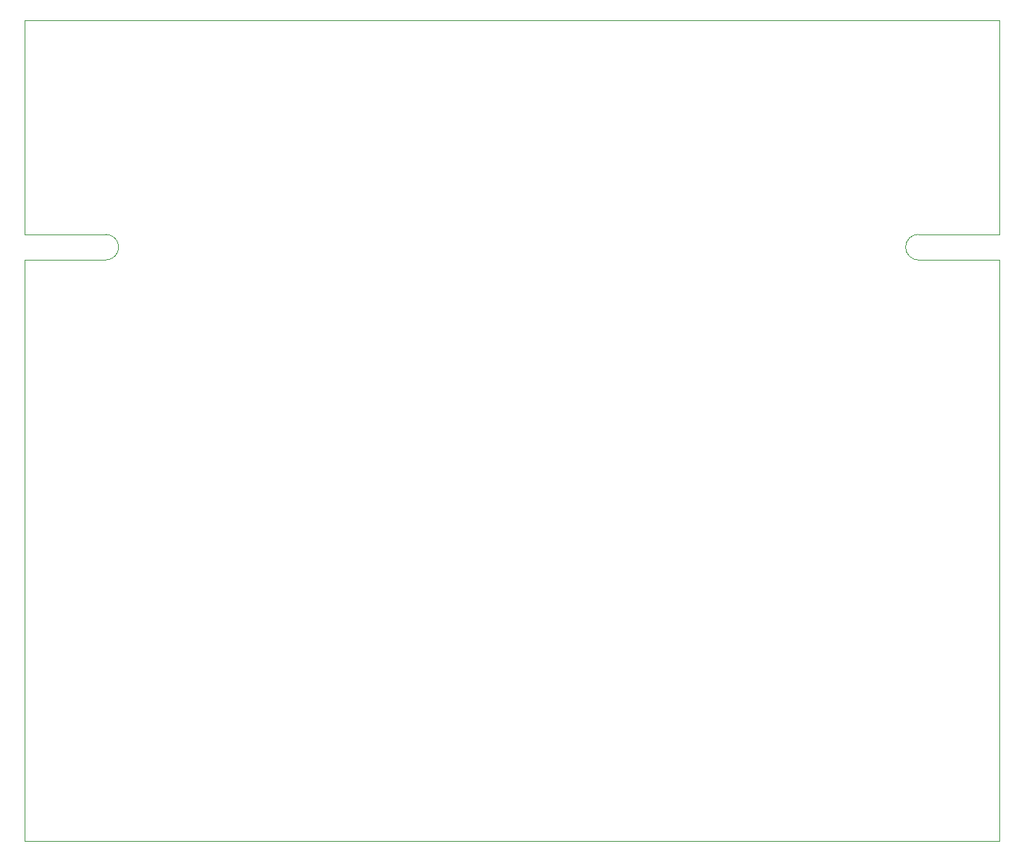
<source format=gbr>
%TF.GenerationSoftware,KiCad,Pcbnew,9.0.0*%
%TF.CreationDate,2025-03-08T12:01:39+01:00*%
%TF.ProjectId,DeMoN-Flash-J,44654d6f-4e2d-4466-9c61-73682d4a2e6b,rev?*%
%TF.SameCoordinates,Original*%
%TF.FileFunction,Profile,NP*%
%FSLAX45Y45*%
G04 Gerber Fmt 4.5, Leading zero omitted, Abs format (unit mm)*
G04 Created by KiCad (PCBNEW 9.0.0) date 2025-03-08 12:01:39*
%MOMM*%
%LPD*%
G01*
G04 APERTURE LIST*
%TA.AperFunction,Profile*%
%ADD10C,0.050000*%
%TD*%
G04 APERTURE END LIST*
D10*
X9390000Y-6190000D02*
G75*
G02*
X9540000Y-6340000I0J-150000D01*
G01*
X8440000Y-3690000D02*
X8440000Y-6190000D01*
X8440000Y-6190000D02*
X9390000Y-6190000D01*
X19840000Y-6490000D02*
X19840000Y-13290000D01*
X19840000Y-3690000D02*
X19840000Y-6190000D01*
X18890000Y-6490000D02*
G75*
G02*
X18740000Y-6340000I0J150000D01*
G01*
X9390000Y-6490000D02*
X8440000Y-6490000D01*
X18890000Y-6190000D02*
X19840000Y-6190000D01*
X9540000Y-6340000D02*
G75*
G02*
X9390000Y-6490000I-150000J0D01*
G01*
X8440000Y-13290000D02*
X19840000Y-13290000D01*
X18740000Y-6340000D02*
G75*
G02*
X18890000Y-6190000I150000J0D01*
G01*
X8440000Y-3690000D02*
X19840000Y-3690000D01*
X8440000Y-6490000D02*
X8440000Y-13290000D01*
X19840000Y-6490000D02*
X18890000Y-6490000D01*
M02*

</source>
